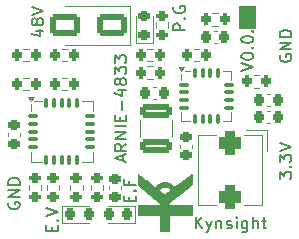
<source format=gto>
%TF.GenerationSoftware,KiCad,Pcbnew,8.0.7*%
%TF.CreationDate,2024-12-30T16:44:34+01:00*%
%TF.ProjectId,arnie48,61726e69-6534-4382-9e6b-696361645f70,rev?*%
%TF.SameCoordinates,Original*%
%TF.FileFunction,Legend,Top*%
%TF.FilePolarity,Positive*%
%FSLAX46Y46*%
G04 Gerber Fmt 4.6, Leading zero omitted, Abs format (unit mm)*
G04 Created by KiCad (PCBNEW 8.0.7) date 2024-12-30 16:44:34*
%MOMM*%
%LPD*%
G01*
G04 APERTURE LIST*
G04 Aperture macros list*
%AMRoundRect*
0 Rectangle with rounded corners*
0 $1 Rounding radius*
0 $2 $3 $4 $5 $6 $7 $8 $9 X,Y pos of 4 corners*
0 Add a 4 corners polygon primitive as box body*
4,1,4,$2,$3,$4,$5,$6,$7,$8,$9,$2,$3,0*
0 Add four circle primitives for the rounded corners*
1,1,$1+$1,$2,$3*
1,1,$1+$1,$4,$5*
1,1,$1+$1,$6,$7*
1,1,$1+$1,$8,$9*
0 Add four rect primitives between the rounded corners*
20,1,$1+$1,$2,$3,$4,$5,0*
20,1,$1+$1,$4,$5,$6,$7,0*
20,1,$1+$1,$6,$7,$8,$9,0*
20,1,$1+$1,$8,$9,$2,$3,0*%
G04 Aperture macros list end*
%ADD10C,0.100000*%
%ADD11C,0.150000*%
%ADD12C,0.250000*%
%ADD13C,0.000000*%
%ADD14C,0.120000*%
%ADD15C,1.000000*%
%ADD16RoundRect,0.225000X0.225000X0.250000X-0.225000X0.250000X-0.225000X-0.250000X0.225000X-0.250000X0*%
%ADD17RoundRect,0.200000X0.275000X-0.200000X0.275000X0.200000X-0.275000X0.200000X-0.275000X-0.200000X0*%
%ADD18RoundRect,0.218750X0.218750X0.256250X-0.218750X0.256250X-0.218750X-0.256250X0.218750X-0.256250X0*%
%ADD19RoundRect,0.200000X-0.200000X-0.275000X0.200000X-0.275000X0.200000X0.275000X-0.200000X0.275000X0*%
%ADD20RoundRect,0.200000X0.200000X0.275000X-0.200000X0.275000X-0.200000X-0.275000X0.200000X-0.275000X0*%
%ADD21RoundRect,0.075000X-0.337500X-0.075000X0.337500X-0.075000X0.337500X0.075000X-0.337500X0.075000X0*%
%ADD22RoundRect,0.075000X-0.075000X-0.337500X0.075000X-0.337500X0.075000X0.337500X-0.075000X0.337500X0*%
%ADD23R,3.250000X3.250000*%
%ADD24R,2.600000X2.600000*%
%ADD25RoundRect,0.450000X-0.450000X0.550000X-0.450000X-0.550000X0.450000X-0.550000X0.450000X0.550000X0*%
%ADD26RoundRect,0.200000X-0.275000X0.200000X-0.275000X-0.200000X0.275000X-0.200000X0.275000X0.200000X0*%
%ADD27RoundRect,0.218750X0.256250X-0.218750X0.256250X0.218750X-0.256250X0.218750X-0.256250X-0.218750X0*%
%ADD28RoundRect,0.225000X-0.250000X0.225000X-0.250000X-0.225000X0.250000X-0.225000X0.250000X0.225000X0*%
%ADD29RoundRect,0.250000X1.000000X0.650000X-1.000000X0.650000X-1.000000X-0.650000X1.000000X-0.650000X0*%
%ADD30RoundRect,0.218750X-0.218750X-0.256250X0.218750X-0.256250X0.218750X0.256250X-0.218750X0.256250X0*%
%ADD31RoundRect,0.250000X-1.100000X0.325000X-1.100000X-0.325000X1.100000X-0.325000X1.100000X0.325000X0*%
%ADD32R,1.700000X1.700000*%
G04 APERTURE END LIST*
D10*
X95000000Y-105350000D02*
X96350000Y-105350000D01*
X96350000Y-107200000D01*
X95000000Y-107200000D01*
X95000000Y-105350000D01*
G36*
X95000000Y-105350000D02*
G01*
X96350000Y-105350000D01*
X96350000Y-107200000D01*
X95000000Y-107200000D01*
X95000000Y-105350000D01*
G37*
D11*
X85184104Y-118510839D02*
X85184104Y-118034649D01*
X85469819Y-118606077D02*
X84469819Y-118272744D01*
X84469819Y-118272744D02*
X85469819Y-117939411D01*
X85469819Y-117034649D02*
X84993628Y-117367982D01*
X85469819Y-117606077D02*
X84469819Y-117606077D01*
X84469819Y-117606077D02*
X84469819Y-117225125D01*
X84469819Y-117225125D02*
X84517438Y-117129887D01*
X84517438Y-117129887D02*
X84565057Y-117082268D01*
X84565057Y-117082268D02*
X84660295Y-117034649D01*
X84660295Y-117034649D02*
X84803152Y-117034649D01*
X84803152Y-117034649D02*
X84898390Y-117082268D01*
X84898390Y-117082268D02*
X84946009Y-117129887D01*
X84946009Y-117129887D02*
X84993628Y-117225125D01*
X84993628Y-117225125D02*
X84993628Y-117606077D01*
X85469819Y-116606077D02*
X84469819Y-116606077D01*
X84469819Y-116606077D02*
X85469819Y-116034649D01*
X85469819Y-116034649D02*
X84469819Y-116034649D01*
X85469819Y-115558458D02*
X84469819Y-115558458D01*
X84946009Y-115082268D02*
X84946009Y-114748935D01*
X85469819Y-114606078D02*
X85469819Y-115082268D01*
X85469819Y-115082268D02*
X84469819Y-115082268D01*
X84469819Y-115082268D02*
X84469819Y-114606078D01*
X85088866Y-114177506D02*
X85088866Y-113415602D01*
X84803152Y-112510840D02*
X85469819Y-112510840D01*
X84422200Y-112748935D02*
X85136485Y-112987030D01*
X85136485Y-112987030D02*
X85136485Y-112367983D01*
X84898390Y-111844173D02*
X84850771Y-111939411D01*
X84850771Y-111939411D02*
X84803152Y-111987030D01*
X84803152Y-111987030D02*
X84707914Y-112034649D01*
X84707914Y-112034649D02*
X84660295Y-112034649D01*
X84660295Y-112034649D02*
X84565057Y-111987030D01*
X84565057Y-111987030D02*
X84517438Y-111939411D01*
X84517438Y-111939411D02*
X84469819Y-111844173D01*
X84469819Y-111844173D02*
X84469819Y-111653697D01*
X84469819Y-111653697D02*
X84517438Y-111558459D01*
X84517438Y-111558459D02*
X84565057Y-111510840D01*
X84565057Y-111510840D02*
X84660295Y-111463221D01*
X84660295Y-111463221D02*
X84707914Y-111463221D01*
X84707914Y-111463221D02*
X84803152Y-111510840D01*
X84803152Y-111510840D02*
X84850771Y-111558459D01*
X84850771Y-111558459D02*
X84898390Y-111653697D01*
X84898390Y-111653697D02*
X84898390Y-111844173D01*
X84898390Y-111844173D02*
X84946009Y-111939411D01*
X84946009Y-111939411D02*
X84993628Y-111987030D01*
X84993628Y-111987030D02*
X85088866Y-112034649D01*
X85088866Y-112034649D02*
X85279342Y-112034649D01*
X85279342Y-112034649D02*
X85374580Y-111987030D01*
X85374580Y-111987030D02*
X85422200Y-111939411D01*
X85422200Y-111939411D02*
X85469819Y-111844173D01*
X85469819Y-111844173D02*
X85469819Y-111653697D01*
X85469819Y-111653697D02*
X85422200Y-111558459D01*
X85422200Y-111558459D02*
X85374580Y-111510840D01*
X85374580Y-111510840D02*
X85279342Y-111463221D01*
X85279342Y-111463221D02*
X85088866Y-111463221D01*
X85088866Y-111463221D02*
X84993628Y-111510840D01*
X84993628Y-111510840D02*
X84946009Y-111558459D01*
X84946009Y-111558459D02*
X84898390Y-111653697D01*
X84469819Y-111129887D02*
X84469819Y-110510840D01*
X84469819Y-110510840D02*
X84850771Y-110844173D01*
X84850771Y-110844173D02*
X84850771Y-110701316D01*
X84850771Y-110701316D02*
X84898390Y-110606078D01*
X84898390Y-110606078D02*
X84946009Y-110558459D01*
X84946009Y-110558459D02*
X85041247Y-110510840D01*
X85041247Y-110510840D02*
X85279342Y-110510840D01*
X85279342Y-110510840D02*
X85374580Y-110558459D01*
X85374580Y-110558459D02*
X85422200Y-110606078D01*
X85422200Y-110606078D02*
X85469819Y-110701316D01*
X85469819Y-110701316D02*
X85469819Y-110987030D01*
X85469819Y-110987030D02*
X85422200Y-111082268D01*
X85422200Y-111082268D02*
X85374580Y-111129887D01*
X84469819Y-110177506D02*
X84469819Y-109558459D01*
X84469819Y-109558459D02*
X84850771Y-109891792D01*
X84850771Y-109891792D02*
X84850771Y-109748935D01*
X84850771Y-109748935D02*
X84898390Y-109653697D01*
X84898390Y-109653697D02*
X84946009Y-109606078D01*
X84946009Y-109606078D02*
X85041247Y-109558459D01*
X85041247Y-109558459D02*
X85279342Y-109558459D01*
X85279342Y-109558459D02*
X85374580Y-109606078D01*
X85374580Y-109606078D02*
X85422200Y-109653697D01*
X85422200Y-109653697D02*
X85469819Y-109748935D01*
X85469819Y-109748935D02*
X85469819Y-110034649D01*
X85469819Y-110034649D02*
X85422200Y-110129887D01*
X85422200Y-110129887D02*
X85374580Y-110177506D01*
X98454819Y-120008458D02*
X98454819Y-119389411D01*
X98454819Y-119389411D02*
X98835771Y-119722744D01*
X98835771Y-119722744D02*
X98835771Y-119579887D01*
X98835771Y-119579887D02*
X98883390Y-119484649D01*
X98883390Y-119484649D02*
X98931009Y-119437030D01*
X98931009Y-119437030D02*
X99026247Y-119389411D01*
X99026247Y-119389411D02*
X99264342Y-119389411D01*
X99264342Y-119389411D02*
X99359580Y-119437030D01*
X99359580Y-119437030D02*
X99407200Y-119484649D01*
X99407200Y-119484649D02*
X99454819Y-119579887D01*
X99454819Y-119579887D02*
X99454819Y-119865601D01*
X99454819Y-119865601D02*
X99407200Y-119960839D01*
X99407200Y-119960839D02*
X99359580Y-120008458D01*
X99359580Y-118960839D02*
X99407200Y-118913220D01*
X99407200Y-118913220D02*
X99454819Y-118960839D01*
X99454819Y-118960839D02*
X99407200Y-119008458D01*
X99407200Y-119008458D02*
X99359580Y-118960839D01*
X99359580Y-118960839D02*
X99454819Y-118960839D01*
X98454819Y-118579887D02*
X98454819Y-117960840D01*
X98454819Y-117960840D02*
X98835771Y-118294173D01*
X98835771Y-118294173D02*
X98835771Y-118151316D01*
X98835771Y-118151316D02*
X98883390Y-118056078D01*
X98883390Y-118056078D02*
X98931009Y-118008459D01*
X98931009Y-118008459D02*
X99026247Y-117960840D01*
X99026247Y-117960840D02*
X99264342Y-117960840D01*
X99264342Y-117960840D02*
X99359580Y-118008459D01*
X99359580Y-118008459D02*
X99407200Y-118056078D01*
X99407200Y-118056078D02*
X99454819Y-118151316D01*
X99454819Y-118151316D02*
X99454819Y-118437030D01*
X99454819Y-118437030D02*
X99407200Y-118532268D01*
X99407200Y-118532268D02*
X99359580Y-118579887D01*
X98454819Y-117675125D02*
X99454819Y-117341792D01*
X99454819Y-117341792D02*
X98454819Y-117008459D01*
X98502438Y-109511904D02*
X98454819Y-109607142D01*
X98454819Y-109607142D02*
X98454819Y-109749999D01*
X98454819Y-109749999D02*
X98502438Y-109892856D01*
X98502438Y-109892856D02*
X98597676Y-109988094D01*
X98597676Y-109988094D02*
X98692914Y-110035713D01*
X98692914Y-110035713D02*
X98883390Y-110083332D01*
X98883390Y-110083332D02*
X99026247Y-110083332D01*
X99026247Y-110083332D02*
X99216723Y-110035713D01*
X99216723Y-110035713D02*
X99311961Y-109988094D01*
X99311961Y-109988094D02*
X99407200Y-109892856D01*
X99407200Y-109892856D02*
X99454819Y-109749999D01*
X99454819Y-109749999D02*
X99454819Y-109654761D01*
X99454819Y-109654761D02*
X99407200Y-109511904D01*
X99407200Y-109511904D02*
X99359580Y-109464285D01*
X99359580Y-109464285D02*
X99026247Y-109464285D01*
X99026247Y-109464285D02*
X99026247Y-109654761D01*
X99454819Y-109035713D02*
X98454819Y-109035713D01*
X98454819Y-109035713D02*
X99454819Y-108464285D01*
X99454819Y-108464285D02*
X98454819Y-108464285D01*
X99454819Y-107988094D02*
X98454819Y-107988094D01*
X98454819Y-107988094D02*
X98454819Y-107749999D01*
X98454819Y-107749999D02*
X98502438Y-107607142D01*
X98502438Y-107607142D02*
X98597676Y-107511904D01*
X98597676Y-107511904D02*
X98692914Y-107464285D01*
X98692914Y-107464285D02*
X98883390Y-107416666D01*
X98883390Y-107416666D02*
X99026247Y-107416666D01*
X99026247Y-107416666D02*
X99216723Y-107464285D01*
X99216723Y-107464285D02*
X99311961Y-107511904D01*
X99311961Y-107511904D02*
X99407200Y-107607142D01*
X99407200Y-107607142D02*
X99454819Y-107749999D01*
X99454819Y-107749999D02*
X99454819Y-107988094D01*
X95204819Y-110861903D02*
X96204819Y-110528570D01*
X96204819Y-110528570D02*
X95204819Y-110195237D01*
X95204819Y-109671427D02*
X95204819Y-109576189D01*
X95204819Y-109576189D02*
X95252438Y-109480951D01*
X95252438Y-109480951D02*
X95300057Y-109433332D01*
X95300057Y-109433332D02*
X95395295Y-109385713D01*
X95395295Y-109385713D02*
X95585771Y-109338094D01*
X95585771Y-109338094D02*
X95823866Y-109338094D01*
X95823866Y-109338094D02*
X96014342Y-109385713D01*
X96014342Y-109385713D02*
X96109580Y-109433332D01*
X96109580Y-109433332D02*
X96157200Y-109480951D01*
X96157200Y-109480951D02*
X96204819Y-109576189D01*
X96204819Y-109576189D02*
X96204819Y-109671427D01*
X96204819Y-109671427D02*
X96157200Y-109766665D01*
X96157200Y-109766665D02*
X96109580Y-109814284D01*
X96109580Y-109814284D02*
X96014342Y-109861903D01*
X96014342Y-109861903D02*
X95823866Y-109909522D01*
X95823866Y-109909522D02*
X95585771Y-109909522D01*
X95585771Y-109909522D02*
X95395295Y-109861903D01*
X95395295Y-109861903D02*
X95300057Y-109814284D01*
X95300057Y-109814284D02*
X95252438Y-109766665D01*
X95252438Y-109766665D02*
X95204819Y-109671427D01*
X96109580Y-108909522D02*
X96157200Y-108861903D01*
X96157200Y-108861903D02*
X96204819Y-108909522D01*
X96204819Y-108909522D02*
X96157200Y-108957141D01*
X96157200Y-108957141D02*
X96109580Y-108909522D01*
X96109580Y-108909522D02*
X96204819Y-108909522D01*
X95204819Y-108242856D02*
X95204819Y-108147618D01*
X95204819Y-108147618D02*
X95252438Y-108052380D01*
X95252438Y-108052380D02*
X95300057Y-108004761D01*
X95300057Y-108004761D02*
X95395295Y-107957142D01*
X95395295Y-107957142D02*
X95585771Y-107909523D01*
X95585771Y-107909523D02*
X95823866Y-107909523D01*
X95823866Y-107909523D02*
X96014342Y-107957142D01*
X96014342Y-107957142D02*
X96109580Y-108004761D01*
X96109580Y-108004761D02*
X96157200Y-108052380D01*
X96157200Y-108052380D02*
X96204819Y-108147618D01*
X96204819Y-108147618D02*
X96204819Y-108242856D01*
X96204819Y-108242856D02*
X96157200Y-108338094D01*
X96157200Y-108338094D02*
X96109580Y-108385713D01*
X96109580Y-108385713D02*
X96014342Y-108433332D01*
X96014342Y-108433332D02*
X95823866Y-108480951D01*
X95823866Y-108480951D02*
X95585771Y-108480951D01*
X95585771Y-108480951D02*
X95395295Y-108433332D01*
X95395295Y-108433332D02*
X95300057Y-108385713D01*
X95300057Y-108385713D02*
X95252438Y-108338094D01*
X95252438Y-108338094D02*
X95204819Y-108242856D01*
X96109580Y-107480951D02*
X96157200Y-107433332D01*
X96157200Y-107433332D02*
X96204819Y-107480951D01*
X96204819Y-107480951D02*
X96157200Y-107528570D01*
X96157200Y-107528570D02*
X96109580Y-107480951D01*
X96109580Y-107480951D02*
X96204819Y-107480951D01*
D12*
X92068666Y-106880951D02*
X92068666Y-106119047D01*
D11*
X75502438Y-122011904D02*
X75454819Y-122107142D01*
X75454819Y-122107142D02*
X75454819Y-122249999D01*
X75454819Y-122249999D02*
X75502438Y-122392856D01*
X75502438Y-122392856D02*
X75597676Y-122488094D01*
X75597676Y-122488094D02*
X75692914Y-122535713D01*
X75692914Y-122535713D02*
X75883390Y-122583332D01*
X75883390Y-122583332D02*
X76026247Y-122583332D01*
X76026247Y-122583332D02*
X76216723Y-122535713D01*
X76216723Y-122535713D02*
X76311961Y-122488094D01*
X76311961Y-122488094D02*
X76407200Y-122392856D01*
X76407200Y-122392856D02*
X76454819Y-122249999D01*
X76454819Y-122249999D02*
X76454819Y-122154761D01*
X76454819Y-122154761D02*
X76407200Y-122011904D01*
X76407200Y-122011904D02*
X76359580Y-121964285D01*
X76359580Y-121964285D02*
X76026247Y-121964285D01*
X76026247Y-121964285D02*
X76026247Y-122154761D01*
X76454819Y-121535713D02*
X75454819Y-121535713D01*
X75454819Y-121535713D02*
X76454819Y-120964285D01*
X76454819Y-120964285D02*
X75454819Y-120964285D01*
X76454819Y-120488094D02*
X75454819Y-120488094D01*
X75454819Y-120488094D02*
X75454819Y-120249999D01*
X75454819Y-120249999D02*
X75502438Y-120107142D01*
X75502438Y-120107142D02*
X75597676Y-120011904D01*
X75597676Y-120011904D02*
X75692914Y-119964285D01*
X75692914Y-119964285D02*
X75883390Y-119916666D01*
X75883390Y-119916666D02*
X76026247Y-119916666D01*
X76026247Y-119916666D02*
X76216723Y-119964285D01*
X76216723Y-119964285D02*
X76311961Y-120011904D01*
X76311961Y-120011904D02*
X76407200Y-120107142D01*
X76407200Y-120107142D02*
X76454819Y-120249999D01*
X76454819Y-120249999D02*
X76454819Y-120488094D01*
X79181009Y-124413220D02*
X79181009Y-124079887D01*
X79704819Y-123937030D02*
X79704819Y-124413220D01*
X79704819Y-124413220D02*
X78704819Y-124413220D01*
X78704819Y-124413220D02*
X78704819Y-123937030D01*
X79609580Y-123508458D02*
X79657200Y-123460839D01*
X79657200Y-123460839D02*
X79704819Y-123508458D01*
X79704819Y-123508458D02*
X79657200Y-123556077D01*
X79657200Y-123556077D02*
X79609580Y-123508458D01*
X79609580Y-123508458D02*
X79704819Y-123508458D01*
X78704819Y-123175125D02*
X79704819Y-122841792D01*
X79704819Y-122841792D02*
X78704819Y-122508459D01*
X90454819Y-107413220D02*
X89454819Y-107413220D01*
X89454819Y-107413220D02*
X89454819Y-107032268D01*
X89454819Y-107032268D02*
X89502438Y-106937030D01*
X89502438Y-106937030D02*
X89550057Y-106889411D01*
X89550057Y-106889411D02*
X89645295Y-106841792D01*
X89645295Y-106841792D02*
X89788152Y-106841792D01*
X89788152Y-106841792D02*
X89883390Y-106889411D01*
X89883390Y-106889411D02*
X89931009Y-106937030D01*
X89931009Y-106937030D02*
X89978628Y-107032268D01*
X89978628Y-107032268D02*
X89978628Y-107413220D01*
X90359580Y-106413220D02*
X90407200Y-106365601D01*
X90407200Y-106365601D02*
X90454819Y-106413220D01*
X90454819Y-106413220D02*
X90407200Y-106460839D01*
X90407200Y-106460839D02*
X90359580Y-106413220D01*
X90359580Y-106413220D02*
X90454819Y-106413220D01*
X89502438Y-105413221D02*
X89454819Y-105508459D01*
X89454819Y-105508459D02*
X89454819Y-105651316D01*
X89454819Y-105651316D02*
X89502438Y-105794173D01*
X89502438Y-105794173D02*
X89597676Y-105889411D01*
X89597676Y-105889411D02*
X89692914Y-105937030D01*
X89692914Y-105937030D02*
X89883390Y-105984649D01*
X89883390Y-105984649D02*
X90026247Y-105984649D01*
X90026247Y-105984649D02*
X90216723Y-105937030D01*
X90216723Y-105937030D02*
X90311961Y-105889411D01*
X90311961Y-105889411D02*
X90407200Y-105794173D01*
X90407200Y-105794173D02*
X90454819Y-105651316D01*
X90454819Y-105651316D02*
X90454819Y-105556078D01*
X90454819Y-105556078D02*
X90407200Y-105413221D01*
X90407200Y-105413221D02*
X90359580Y-105365602D01*
X90359580Y-105365602D02*
X90026247Y-105365602D01*
X90026247Y-105365602D02*
X90026247Y-105556078D01*
X77788152Y-107464285D02*
X78454819Y-107464285D01*
X77407200Y-107702380D02*
X78121485Y-107940475D01*
X78121485Y-107940475D02*
X78121485Y-107321428D01*
X77883390Y-106797618D02*
X77835771Y-106892856D01*
X77835771Y-106892856D02*
X77788152Y-106940475D01*
X77788152Y-106940475D02*
X77692914Y-106988094D01*
X77692914Y-106988094D02*
X77645295Y-106988094D01*
X77645295Y-106988094D02*
X77550057Y-106940475D01*
X77550057Y-106940475D02*
X77502438Y-106892856D01*
X77502438Y-106892856D02*
X77454819Y-106797618D01*
X77454819Y-106797618D02*
X77454819Y-106607142D01*
X77454819Y-106607142D02*
X77502438Y-106511904D01*
X77502438Y-106511904D02*
X77550057Y-106464285D01*
X77550057Y-106464285D02*
X77645295Y-106416666D01*
X77645295Y-106416666D02*
X77692914Y-106416666D01*
X77692914Y-106416666D02*
X77788152Y-106464285D01*
X77788152Y-106464285D02*
X77835771Y-106511904D01*
X77835771Y-106511904D02*
X77883390Y-106607142D01*
X77883390Y-106607142D02*
X77883390Y-106797618D01*
X77883390Y-106797618D02*
X77931009Y-106892856D01*
X77931009Y-106892856D02*
X77978628Y-106940475D01*
X77978628Y-106940475D02*
X78073866Y-106988094D01*
X78073866Y-106988094D02*
X78264342Y-106988094D01*
X78264342Y-106988094D02*
X78359580Y-106940475D01*
X78359580Y-106940475D02*
X78407200Y-106892856D01*
X78407200Y-106892856D02*
X78454819Y-106797618D01*
X78454819Y-106797618D02*
X78454819Y-106607142D01*
X78454819Y-106607142D02*
X78407200Y-106511904D01*
X78407200Y-106511904D02*
X78359580Y-106464285D01*
X78359580Y-106464285D02*
X78264342Y-106416666D01*
X78264342Y-106416666D02*
X78073866Y-106416666D01*
X78073866Y-106416666D02*
X77978628Y-106464285D01*
X77978628Y-106464285D02*
X77931009Y-106511904D01*
X77931009Y-106511904D02*
X77883390Y-106607142D01*
X77454819Y-106130951D02*
X78454819Y-105797618D01*
X78454819Y-105797618D02*
X77454819Y-105464285D01*
X91336779Y-124204819D02*
X91336779Y-123204819D01*
X91908207Y-124204819D02*
X91479636Y-123633390D01*
X91908207Y-123204819D02*
X91336779Y-123776247D01*
X92241541Y-123538152D02*
X92479636Y-124204819D01*
X92717731Y-123538152D02*
X92479636Y-124204819D01*
X92479636Y-124204819D02*
X92384398Y-124442914D01*
X92384398Y-124442914D02*
X92336779Y-124490533D01*
X92336779Y-124490533D02*
X92241541Y-124538152D01*
X93098684Y-123538152D02*
X93098684Y-124204819D01*
X93098684Y-123633390D02*
X93146303Y-123585771D01*
X93146303Y-123585771D02*
X93241541Y-123538152D01*
X93241541Y-123538152D02*
X93384398Y-123538152D01*
X93384398Y-123538152D02*
X93479636Y-123585771D01*
X93479636Y-123585771D02*
X93527255Y-123681009D01*
X93527255Y-123681009D02*
X93527255Y-124204819D01*
X93955827Y-124157200D02*
X94051065Y-124204819D01*
X94051065Y-124204819D02*
X94241541Y-124204819D01*
X94241541Y-124204819D02*
X94336779Y-124157200D01*
X94336779Y-124157200D02*
X94384398Y-124061961D01*
X94384398Y-124061961D02*
X94384398Y-124014342D01*
X94384398Y-124014342D02*
X94336779Y-123919104D01*
X94336779Y-123919104D02*
X94241541Y-123871485D01*
X94241541Y-123871485D02*
X94098684Y-123871485D01*
X94098684Y-123871485D02*
X94003446Y-123823866D01*
X94003446Y-123823866D02*
X93955827Y-123728628D01*
X93955827Y-123728628D02*
X93955827Y-123681009D01*
X93955827Y-123681009D02*
X94003446Y-123585771D01*
X94003446Y-123585771D02*
X94098684Y-123538152D01*
X94098684Y-123538152D02*
X94241541Y-123538152D01*
X94241541Y-123538152D02*
X94336779Y-123585771D01*
X94812970Y-124204819D02*
X94812970Y-123538152D01*
X94812970Y-123204819D02*
X94765351Y-123252438D01*
X94765351Y-123252438D02*
X94812970Y-123300057D01*
X94812970Y-123300057D02*
X94860589Y-123252438D01*
X94860589Y-123252438D02*
X94812970Y-123204819D01*
X94812970Y-123204819D02*
X94812970Y-123300057D01*
X95717731Y-123538152D02*
X95717731Y-124347676D01*
X95717731Y-124347676D02*
X95670112Y-124442914D01*
X95670112Y-124442914D02*
X95622493Y-124490533D01*
X95622493Y-124490533D02*
X95527255Y-124538152D01*
X95527255Y-124538152D02*
X95384398Y-124538152D01*
X95384398Y-124538152D02*
X95289160Y-124490533D01*
X95717731Y-124157200D02*
X95622493Y-124204819D01*
X95622493Y-124204819D02*
X95432017Y-124204819D01*
X95432017Y-124204819D02*
X95336779Y-124157200D01*
X95336779Y-124157200D02*
X95289160Y-124109580D01*
X95289160Y-124109580D02*
X95241541Y-124014342D01*
X95241541Y-124014342D02*
X95241541Y-123728628D01*
X95241541Y-123728628D02*
X95289160Y-123633390D01*
X95289160Y-123633390D02*
X95336779Y-123585771D01*
X95336779Y-123585771D02*
X95432017Y-123538152D01*
X95432017Y-123538152D02*
X95622493Y-123538152D01*
X95622493Y-123538152D02*
X95717731Y-123585771D01*
X96193922Y-124204819D02*
X96193922Y-123204819D01*
X96622493Y-124204819D02*
X96622493Y-123681009D01*
X96622493Y-123681009D02*
X96574874Y-123585771D01*
X96574874Y-123585771D02*
X96479636Y-123538152D01*
X96479636Y-123538152D02*
X96336779Y-123538152D01*
X96336779Y-123538152D02*
X96241541Y-123585771D01*
X96241541Y-123585771D02*
X96193922Y-123633390D01*
X96955827Y-123538152D02*
X97336779Y-123538152D01*
X97098684Y-123204819D02*
X97098684Y-124061961D01*
X97098684Y-124061961D02*
X97146303Y-124157200D01*
X97146303Y-124157200D02*
X97241541Y-124204819D01*
X97241541Y-124204819D02*
X97336779Y-124204819D01*
X85731009Y-121913220D02*
X85731009Y-121579887D01*
X86254819Y-121437030D02*
X86254819Y-121913220D01*
X86254819Y-121913220D02*
X85254819Y-121913220D01*
X85254819Y-121913220D02*
X85254819Y-121437030D01*
X86159580Y-121008458D02*
X86207200Y-120960839D01*
X86207200Y-120960839D02*
X86254819Y-121008458D01*
X86254819Y-121008458D02*
X86207200Y-121056077D01*
X86207200Y-121056077D02*
X86159580Y-121008458D01*
X86159580Y-121008458D02*
X86254819Y-121008458D01*
X85731009Y-120198935D02*
X85731009Y-120532268D01*
X86254819Y-120532268D02*
X85254819Y-120532268D01*
X85254819Y-120532268D02*
X85254819Y-120056078D01*
D13*
%TO.C,G\u002A\u002A\u002A*%
G36*
X91145677Y-119500715D02*
G01*
X91145715Y-119502570D01*
X91145752Y-119505666D01*
X91145788Y-119509995D01*
X91145822Y-119515554D01*
X91145855Y-119522338D01*
X91145887Y-119530340D01*
X91145918Y-119539557D01*
X91145947Y-119549982D01*
X91145975Y-119561612D01*
X91146002Y-119574440D01*
X91146027Y-119588461D01*
X91146051Y-119603671D01*
X91146074Y-119620064D01*
X91146095Y-119637635D01*
X91146115Y-119656379D01*
X91146134Y-119676291D01*
X91146151Y-119697365D01*
X91146167Y-119719597D01*
X91146181Y-119742981D01*
X91146194Y-119767513D01*
X91146206Y-119793187D01*
X91146216Y-119819998D01*
X91146225Y-119847940D01*
X91146233Y-119877010D01*
X91146239Y-119907200D01*
X91146244Y-119938508D01*
X91146247Y-119970926D01*
X91146249Y-120004451D01*
X91146250Y-120032695D01*
X91146250Y-120565494D01*
X90167812Y-121311250D01*
X89189375Y-122057007D01*
X89189375Y-122148816D01*
X89189375Y-122240625D01*
X90167812Y-122240625D01*
X91146250Y-122240625D01*
X91146250Y-122703125D01*
X91146250Y-123165625D01*
X90167812Y-123165625D01*
X89189375Y-123165625D01*
X89189375Y-123832813D01*
X89189375Y-124500000D01*
X88767187Y-124500000D01*
X88733299Y-124500000D01*
X88345000Y-124500000D01*
X88345000Y-123832813D01*
X88345000Y-123165625D01*
X87400000Y-123165625D01*
X86455000Y-123165625D01*
X86455000Y-122703125D01*
X86455000Y-122240625D01*
X87400002Y-122240625D01*
X88345005Y-122240625D01*
X88344846Y-122170526D01*
X88344687Y-122100426D01*
X87399868Y-121366619D01*
X86896150Y-120975400D01*
X88304379Y-120975400D01*
X88518458Y-121138481D01*
X88532999Y-121149557D01*
X88547290Y-121160441D01*
X88561299Y-121171108D01*
X88574994Y-121181534D01*
X88588342Y-121191695D01*
X88601312Y-121201565D01*
X88613871Y-121211121D01*
X88625987Y-121220337D01*
X88637627Y-121229191D01*
X88648760Y-121237656D01*
X88659353Y-121245708D01*
X88669375Y-121253324D01*
X88678792Y-121260478D01*
X88687572Y-121267147D01*
X88695684Y-121273305D01*
X88703096Y-121278928D01*
X88709774Y-121283991D01*
X88715687Y-121288471D01*
X88720802Y-121292342D01*
X88725088Y-121295581D01*
X88728511Y-121298162D01*
X88731041Y-121300062D01*
X88732644Y-121301255D01*
X88733289Y-121301717D01*
X88733299Y-121301722D01*
X88733853Y-121301361D01*
X88735392Y-121300263D01*
X88737901Y-121298438D01*
X88741363Y-121295898D01*
X88745764Y-121292655D01*
X88751089Y-121288720D01*
X88757320Y-121284106D01*
X88764444Y-121278822D01*
X88772445Y-121272882D01*
X88781307Y-121266296D01*
X88791014Y-121259077D01*
X88801552Y-121251235D01*
X88812904Y-121242782D01*
X88825055Y-121233730D01*
X88837991Y-121224090D01*
X88851694Y-121213874D01*
X88866151Y-121203094D01*
X88881345Y-121191760D01*
X88897260Y-121179885D01*
X88913882Y-121167479D01*
X88931195Y-121154555D01*
X88949183Y-121141125D01*
X88967832Y-121127198D01*
X88987124Y-121112788D01*
X89007046Y-121097906D01*
X89027581Y-121082563D01*
X89048714Y-121066771D01*
X89070429Y-121050541D01*
X89092712Y-121033884D01*
X89115546Y-121016814D01*
X89138917Y-120999340D01*
X89162808Y-120981475D01*
X89175785Y-120971769D01*
X89205008Y-120949914D01*
X89200061Y-120943863D01*
X89197519Y-120940779D01*
X89194647Y-120937332D01*
X89191865Y-120934026D01*
X89190303Y-120932188D01*
X89174974Y-120915056D01*
X89158600Y-120898253D01*
X89141378Y-120881962D01*
X89123505Y-120866369D01*
X89105178Y-120851657D01*
X89100599Y-120848177D01*
X89079065Y-120832764D01*
X89056949Y-120818447D01*
X89034289Y-120805237D01*
X89011122Y-120793142D01*
X88987484Y-120782172D01*
X88963414Y-120772339D01*
X88938947Y-120763651D01*
X88914122Y-120756118D01*
X88888974Y-120749750D01*
X88863542Y-120744558D01*
X88837862Y-120740551D01*
X88811971Y-120737739D01*
X88785907Y-120736131D01*
X88759707Y-120735738D01*
X88733407Y-120736570D01*
X88707044Y-120738636D01*
X88694687Y-120740031D01*
X88668727Y-120743873D01*
X88643072Y-120748913D01*
X88617760Y-120755130D01*
X88592828Y-120762502D01*
X88568315Y-120771006D01*
X88544257Y-120780620D01*
X88520693Y-120791322D01*
X88497661Y-120803090D01*
X88475198Y-120815901D01*
X88453343Y-120829733D01*
X88432132Y-120844564D01*
X88411604Y-120860372D01*
X88391796Y-120877135D01*
X88372747Y-120894830D01*
X88354494Y-120913435D01*
X88337074Y-120932928D01*
X88320526Y-120953287D01*
X88311467Y-120965313D01*
X88309517Y-120967991D01*
X88307755Y-120970437D01*
X88306355Y-120972408D01*
X88305491Y-120973662D01*
X88305405Y-120973794D01*
X88304379Y-120975400D01*
X86896150Y-120975400D01*
X86455049Y-120632813D01*
X86455024Y-120099844D01*
X86455023Y-120074070D01*
X86455023Y-120048601D01*
X86455023Y-120023468D01*
X86455023Y-119998699D01*
X86455023Y-119974322D01*
X86455025Y-119950365D01*
X86455026Y-119926859D01*
X86455028Y-119903831D01*
X86455030Y-119881310D01*
X86455032Y-119859325D01*
X86455035Y-119837904D01*
X86455039Y-119817076D01*
X86455042Y-119796870D01*
X86455046Y-119777314D01*
X86455050Y-119758436D01*
X86455055Y-119740267D01*
X86455060Y-119722834D01*
X86455065Y-119706165D01*
X86455070Y-119690290D01*
X86455076Y-119675238D01*
X86455082Y-119661036D01*
X86455088Y-119647714D01*
X86455094Y-119635299D01*
X86455101Y-119623822D01*
X86455108Y-119613310D01*
X86455115Y-119603793D01*
X86455123Y-119595298D01*
X86455130Y-119587854D01*
X86455138Y-119581491D01*
X86455146Y-119576236D01*
X86455154Y-119572119D01*
X86455162Y-119569168D01*
X86455171Y-119567412D01*
X86455179Y-119566875D01*
X86455680Y-119567252D01*
X86457158Y-119568373D01*
X86459596Y-119570225D01*
X86462976Y-119572795D01*
X86467282Y-119576071D01*
X86472496Y-119580038D01*
X86478601Y-119584684D01*
X86485580Y-119589995D01*
X86493415Y-119595960D01*
X86502090Y-119602563D01*
X86511587Y-119609793D01*
X86521888Y-119617636D01*
X86532977Y-119626079D01*
X86544836Y-119635108D01*
X86557449Y-119644712D01*
X86570797Y-119654876D01*
X86584864Y-119665588D01*
X86599632Y-119676834D01*
X86615085Y-119688602D01*
X86631205Y-119700877D01*
X86647974Y-119713648D01*
X86665376Y-119726901D01*
X86683393Y-119740622D01*
X86702008Y-119754799D01*
X86721204Y-119769419D01*
X86740963Y-119784468D01*
X86761269Y-119799933D01*
X86782104Y-119815802D01*
X86803451Y-119832061D01*
X86825292Y-119848696D01*
X86847611Y-119865696D01*
X86870390Y-119883046D01*
X86893612Y-119900734D01*
X86917260Y-119918746D01*
X86941316Y-119937069D01*
X86965764Y-119955691D01*
X86990586Y-119974598D01*
X87015764Y-119993777D01*
X87041282Y-120013214D01*
X87067123Y-120032898D01*
X87093268Y-120052814D01*
X87119701Y-120072949D01*
X87146406Y-120093291D01*
X87173363Y-120113826D01*
X87197765Y-120132414D01*
X87940171Y-120697952D01*
X87948919Y-120686320D01*
X87970460Y-120658699D01*
X87993017Y-120631756D01*
X88016539Y-120605537D01*
X88040974Y-120580090D01*
X88066271Y-120555460D01*
X88092379Y-120531695D01*
X88119247Y-120508841D01*
X88146824Y-120486945D01*
X88175059Y-120466052D01*
X88203900Y-120446210D01*
X88233296Y-120427465D01*
X88233437Y-120427379D01*
X88264141Y-120409290D01*
X88295352Y-120392339D01*
X88327043Y-120376530D01*
X88359189Y-120361871D01*
X88391762Y-120348367D01*
X88424735Y-120336026D01*
X88458084Y-120324852D01*
X88491780Y-120314854D01*
X88525799Y-120306036D01*
X88560112Y-120298405D01*
X88594693Y-120291968D01*
X88629517Y-120286730D01*
X88664557Y-120282699D01*
X88699785Y-120279880D01*
X88735177Y-120278279D01*
X88770704Y-120277904D01*
X88806341Y-120278760D01*
X88842062Y-120280853D01*
X88847500Y-120281280D01*
X88882518Y-120284749D01*
X88917388Y-120289451D01*
X88952070Y-120295373D01*
X88986527Y-120302504D01*
X89020722Y-120310831D01*
X89054617Y-120320343D01*
X89088173Y-120331026D01*
X89121353Y-120342870D01*
X89154119Y-120355861D01*
X89186434Y-120369988D01*
X89218259Y-120385238D01*
X89249556Y-120401600D01*
X89280288Y-120419060D01*
X89285312Y-120422052D01*
X89315255Y-120440725D01*
X89344579Y-120460462D01*
X89373239Y-120481227D01*
X89401193Y-120502981D01*
X89428395Y-120525685D01*
X89454802Y-120549300D01*
X89480371Y-120573789D01*
X89505058Y-120599112D01*
X89528820Y-120625231D01*
X89551611Y-120652108D01*
X89563102Y-120666418D01*
X89565482Y-120669404D01*
X89567610Y-120672009D01*
X89569364Y-120674090D01*
X89570621Y-120675500D01*
X89571260Y-120676097D01*
X89571303Y-120676106D01*
X89571817Y-120675728D01*
X89573314Y-120674614D01*
X89575780Y-120672778D01*
X89579195Y-120670231D01*
X89583545Y-120666986D01*
X89588811Y-120663056D01*
X89594977Y-120658454D01*
X89602026Y-120653192D01*
X89609940Y-120647283D01*
X89618704Y-120640740D01*
X89628300Y-120633574D01*
X89638711Y-120625800D01*
X89649920Y-120617429D01*
X89661910Y-120608474D01*
X89674665Y-120598947D01*
X89688167Y-120588862D01*
X89702400Y-120578231D01*
X89717347Y-120567067D01*
X89732990Y-120555382D01*
X89749313Y-120543189D01*
X89766299Y-120530500D01*
X89783931Y-120517329D01*
X89802191Y-120503688D01*
X89821064Y-120489589D01*
X89840532Y-120475045D01*
X89860579Y-120460069D01*
X89881186Y-120444673D01*
X89902339Y-120428871D01*
X89924018Y-120412674D01*
X89946208Y-120396095D01*
X89968892Y-120379148D01*
X89992052Y-120361844D01*
X90015673Y-120344196D01*
X90039736Y-120326217D01*
X90064225Y-120307920D01*
X90089123Y-120289317D01*
X90114413Y-120270421D01*
X90140079Y-120251244D01*
X90166102Y-120231800D01*
X90192467Y-120212100D01*
X90219157Y-120192158D01*
X90246154Y-120171985D01*
X90273441Y-120151596D01*
X90301003Y-120131001D01*
X90328820Y-120110215D01*
X90356878Y-120089249D01*
X90358382Y-120088125D01*
X90386452Y-120067150D01*
X90414284Y-120046353D01*
X90441861Y-120025748D01*
X90469164Y-120005346D01*
X90496179Y-119985162D01*
X90522887Y-119965206D01*
X90549271Y-119945492D01*
X90575316Y-119926033D01*
X90601003Y-119906841D01*
X90626316Y-119887929D01*
X90651238Y-119869309D01*
X90675752Y-119850994D01*
X90699841Y-119832998D01*
X90723489Y-119815331D01*
X90746677Y-119798008D01*
X90769390Y-119781040D01*
X90791610Y-119764440D01*
X90813321Y-119748222D01*
X90834506Y-119732397D01*
X90855147Y-119716978D01*
X90875227Y-119701979D01*
X90894731Y-119687410D01*
X90913640Y-119673286D01*
X90931938Y-119659619D01*
X90949608Y-119646421D01*
X90966634Y-119633706D01*
X90982997Y-119621485D01*
X90998682Y-119609771D01*
X91013671Y-119598578D01*
X91027947Y-119587917D01*
X91041493Y-119577802D01*
X91054294Y-119568244D01*
X91066330Y-119559257D01*
X91077587Y-119550854D01*
X91088046Y-119543046D01*
X91097691Y-119535847D01*
X91106505Y-119529269D01*
X91114470Y-119523325D01*
X91121571Y-119518027D01*
X91127790Y-119513388D01*
X91133110Y-119509421D01*
X91137514Y-119506139D01*
X91140985Y-119503554D01*
X91143507Y-119501678D01*
X91145063Y-119500525D01*
X91145635Y-119500106D01*
X91145637Y-119500105D01*
X91145677Y-119500715D01*
G37*
D14*
%TO.C,C7*%
X93140580Y-107490000D02*
X92859420Y-107490000D01*
X93140580Y-108510000D02*
X92859420Y-108510000D01*
%TO.C,R12*%
X87977500Y-107237258D02*
X87977500Y-106762742D01*
X89022500Y-107237258D02*
X89022500Y-106762742D01*
%TO.C,D4*%
X83950000Y-123735000D02*
X86235000Y-123735000D01*
X86235000Y-122265000D02*
X83950000Y-122265000D01*
X86235000Y-123735000D02*
X86235000Y-122265000D01*
%TO.C,R11*%
X96262742Y-111227500D02*
X96737258Y-111227500D01*
X96262742Y-112272500D02*
X96737258Y-112272500D01*
%TO.C,C8*%
X97640580Y-112790000D02*
X97359420Y-112790000D01*
X97640580Y-113810000D02*
X97359420Y-113810000D01*
%TO.C,R9*%
X87737258Y-110477500D02*
X87262742Y-110477500D01*
X87737258Y-111522500D02*
X87262742Y-111522500D01*
%TO.C,U1*%
X77390000Y-114290000D02*
X77390000Y-113630000D01*
X77390000Y-118610000D02*
X77390000Y-117710000D01*
X78290000Y-113390000D02*
X77690000Y-113390000D01*
X78290000Y-118610000D02*
X77390000Y-118610000D01*
X81710000Y-113390000D02*
X82610000Y-113390000D01*
X81710000Y-118610000D02*
X82610000Y-118610000D01*
X82610000Y-113390000D02*
X82610000Y-114290000D01*
X82610000Y-118610000D02*
X82610000Y-117710000D01*
X77390000Y-113390000D02*
X77150000Y-113060000D01*
X77630000Y-113060000D01*
X77390000Y-113390000D01*
G36*
X77390000Y-113390000D02*
G01*
X77150000Y-113060000D01*
X77630000Y-113060000D01*
X77390000Y-113390000D01*
G37*
%TO.C,U2*%
X90140000Y-111615000D02*
X90140000Y-111130000D01*
X90140000Y-115110000D02*
X90140000Y-114385000D01*
X90865000Y-110890000D02*
X90440000Y-110890000D01*
X90865000Y-115110000D02*
X90140000Y-115110000D01*
X93635000Y-110890000D02*
X94360000Y-110890000D01*
X93635000Y-115110000D02*
X94360000Y-115110000D01*
X94360000Y-110890000D02*
X94360000Y-111615000D01*
X94360000Y-115110000D02*
X94360000Y-114385000D01*
X90140000Y-110890000D02*
X89900000Y-110560000D01*
X90380000Y-110560000D01*
X90140000Y-110890000D01*
G36*
X90140000Y-110890000D02*
G01*
X89900000Y-110560000D01*
X90380000Y-110560000D01*
X90140000Y-110890000D01*
G37*
%TO.C,R14*%
X91637258Y-108977500D02*
X91162742Y-108977500D01*
X91637258Y-110022500D02*
X91162742Y-110022500D01*
%TO.C,L1*%
X91530000Y-116280000D02*
X91530000Y-122220000D01*
X93100000Y-116280000D02*
X91530000Y-116280000D01*
X93100000Y-122220000D02*
X91530000Y-122220000D01*
X95620000Y-115900000D02*
X97350000Y-115900000D01*
X96970000Y-116280000D02*
X95400000Y-116280000D01*
X96970000Y-116280000D02*
X96970000Y-122220000D01*
X96970000Y-122220000D02*
X95400000Y-122220000D01*
X97350000Y-115900000D02*
X97350000Y-117630000D01*
%TO.C,R8*%
X82477500Y-120987258D02*
X82477500Y-120512742D01*
X83522500Y-120987258D02*
X83522500Y-120512742D01*
%TO.C,R13*%
X93237258Y-105977500D02*
X92762742Y-105977500D01*
X93237258Y-107022500D02*
X92762742Y-107022500D01*
%TO.C,R6*%
X77227500Y-120512742D02*
X77227500Y-120987258D01*
X78272500Y-120512742D02*
X78272500Y-120987258D01*
%TO.C,R10*%
X87262742Y-108977500D02*
X87737258Y-108977500D01*
X87262742Y-110022500D02*
X87737258Y-110022500D01*
%TO.C,C6*%
X87990580Y-112190000D02*
X87709420Y-112190000D01*
X87990580Y-113210000D02*
X87709420Y-113210000D01*
%TO.C,D2*%
X86265000Y-106200000D02*
X86265000Y-108485000D01*
X86265000Y-108485000D02*
X87735000Y-108485000D01*
X87735000Y-108485000D02*
X87735000Y-106200000D01*
%TO.C,C2*%
X83990000Y-120609420D02*
X83990000Y-120890580D01*
X85010000Y-120609420D02*
X85010000Y-120890580D01*
%TO.C,R1*%
X76762742Y-108977500D02*
X77237258Y-108977500D01*
X76762742Y-110022500D02*
X77237258Y-110022500D01*
%TO.C,R3*%
X76762742Y-111477500D02*
X77237258Y-111477500D01*
X76762742Y-112522500D02*
X77237258Y-112522500D01*
%TO.C,R7*%
X80727500Y-120987258D02*
X80727500Y-120512742D01*
X81772500Y-120987258D02*
X81772500Y-120512742D01*
%TO.C,R2*%
X80012742Y-108977500D02*
X80487258Y-108977500D01*
X80012742Y-110022500D02*
X80487258Y-110022500D01*
%TO.C,D1*%
X85760000Y-105350000D02*
X80250000Y-105350000D01*
X85760000Y-108650000D02*
X80250000Y-108650000D01*
X85760000Y-108650000D02*
X85760000Y-105350000D01*
%TO.C,R5*%
X78727500Y-120512742D02*
X78727500Y-120987258D01*
X79772500Y-120512742D02*
X79772500Y-120987258D01*
%TO.C,C9*%
X97640580Y-114290000D02*
X97359420Y-114290000D01*
X97640580Y-115310000D02*
X97359420Y-115310000D01*
%TO.C,C5*%
X89990000Y-117109420D02*
X89990000Y-117390580D01*
X91010000Y-117109420D02*
X91010000Y-117390580D01*
%TO.C,R4*%
X80012742Y-111477500D02*
X80487258Y-111477500D01*
X80012742Y-112522500D02*
X80487258Y-112522500D01*
%TO.C,D3*%
X80015000Y-122265000D02*
X80015000Y-123735000D01*
X80015000Y-123735000D02*
X82300000Y-123735000D01*
X82300000Y-122265000D02*
X80015000Y-122265000D01*
%TO.C,C3*%
X86640000Y-115038748D02*
X86640000Y-116461252D01*
X89360000Y-115038748D02*
X89360000Y-116461252D01*
%TO.C,C1*%
X75490000Y-116109420D02*
X75490000Y-116390580D01*
X76510000Y-116109420D02*
X76510000Y-116390580D01*
%TD*%
%LPC*%
D15*
%TO.C,REF\u002A\u002A*%
X97250000Y-106250000D03*
%TD*%
D16*
%TO.C,C7*%
X93775000Y-108000000D03*
X92225000Y-108000000D03*
%TD*%
D17*
%TO.C,R12*%
X88500000Y-107825000D03*
X88500000Y-106175000D03*
%TD*%
D15*
%TO.C,REF\u002A\u002A*%
X78000000Y-123750000D03*
%TD*%
D18*
%TO.C,D4*%
X85537500Y-123000000D03*
X83962500Y-123000000D03*
%TD*%
D19*
%TO.C,R11*%
X95675000Y-111750000D03*
X97325000Y-111750000D03*
%TD*%
D16*
%TO.C,C8*%
X98275000Y-113300000D03*
X96725000Y-113300000D03*
%TD*%
D20*
%TO.C,R9*%
X88325000Y-111000000D03*
X86675000Y-111000000D03*
%TD*%
D21*
%TO.C,U1*%
X77562500Y-114700000D03*
X77562500Y-115350000D03*
X77562500Y-116000000D03*
X77562500Y-116650000D03*
X77562500Y-117300000D03*
D22*
X78700000Y-118437500D03*
X79350000Y-118437500D03*
X80000000Y-118437500D03*
X80650000Y-118437500D03*
X81300000Y-118437500D03*
D21*
X82437500Y-117300000D03*
X82437500Y-116650000D03*
X82437500Y-116000000D03*
X82437500Y-115350000D03*
X82437500Y-114700000D03*
D22*
X81300000Y-113562500D03*
X80650000Y-113562500D03*
X80000000Y-113562500D03*
X79350000Y-113562500D03*
X78700000Y-113562500D03*
D23*
X80000000Y-116000000D03*
%TD*%
D21*
%TO.C,U2*%
X90312500Y-112025000D03*
X90312500Y-112675000D03*
X90312500Y-113325000D03*
X90312500Y-113975000D03*
D22*
X91275000Y-114937500D03*
X91925000Y-114937500D03*
X92575000Y-114937500D03*
X93225000Y-114937500D03*
D21*
X94187500Y-113975000D03*
X94187500Y-113325000D03*
X94187500Y-112675000D03*
X94187500Y-112025000D03*
D22*
X93225000Y-111062500D03*
X92575000Y-111062500D03*
X91925000Y-111062500D03*
X91275000Y-111062500D03*
D24*
X92250000Y-113000000D03*
%TD*%
D20*
%TO.C,R14*%
X92225000Y-109500000D03*
X90575000Y-109500000D03*
%TD*%
D25*
%TO.C,L1*%
X94250000Y-117000000D03*
X94250000Y-121500000D03*
%TD*%
D17*
%TO.C,R8*%
X83000000Y-121575000D03*
X83000000Y-119925000D03*
%TD*%
D20*
%TO.C,R13*%
X93825000Y-106500000D03*
X92175000Y-106500000D03*
%TD*%
D26*
%TO.C,R6*%
X77750000Y-119925000D03*
X77750000Y-121575000D03*
%TD*%
D19*
%TO.C,R10*%
X86675000Y-109500000D03*
X88325000Y-109500000D03*
%TD*%
D16*
%TO.C,C6*%
X88625000Y-112700000D03*
X87075000Y-112700000D03*
%TD*%
D27*
%TO.C,D2*%
X87000000Y-107787500D03*
X87000000Y-106212500D03*
%TD*%
D28*
%TO.C,C2*%
X84500000Y-119975000D03*
X84500000Y-121525000D03*
%TD*%
D19*
%TO.C,R1*%
X76175000Y-109500000D03*
X77825000Y-109500000D03*
%TD*%
%TO.C,R3*%
X76175000Y-112000000D03*
X77825000Y-112000000D03*
%TD*%
D17*
%TO.C,R7*%
X81250000Y-121575000D03*
X81250000Y-119925000D03*
%TD*%
D15*
%TO.C,REF\u002A\u002A*%
X98250000Y-123750000D03*
%TD*%
D19*
%TO.C,R2*%
X79425000Y-109500000D03*
X81075000Y-109500000D03*
%TD*%
D29*
%TO.C,D1*%
X84250000Y-107000000D03*
X80250000Y-107000000D03*
%TD*%
D26*
%TO.C,R5*%
X79250000Y-119925000D03*
X79250000Y-121575000D03*
%TD*%
D16*
%TO.C,C9*%
X98275000Y-114800000D03*
X96725000Y-114800000D03*
%TD*%
D28*
%TO.C,C5*%
X90500000Y-116475000D03*
X90500000Y-118025000D03*
%TD*%
D19*
%TO.C,R4*%
X79425000Y-112000000D03*
X81075000Y-112000000D03*
%TD*%
D30*
%TO.C,D3*%
X80712500Y-123000000D03*
X82287500Y-123000000D03*
%TD*%
D31*
%TO.C,C3*%
X88000000Y-114275000D03*
X88000000Y-117225000D03*
%TD*%
D28*
%TO.C,C1*%
X76000000Y-115475000D03*
X76000000Y-117025000D03*
%TD*%
D32*
%TO.C,J3*%
X98930000Y-106110000D03*
%TD*%
%TO.C,J4*%
X76070000Y-123890000D03*
%TD*%
%TO.C,J1*%
X76070000Y-106110000D03*
%TD*%
%TO.C,J2*%
X98930000Y-121350000D03*
%TD*%
%LPD*%
M02*

</source>
